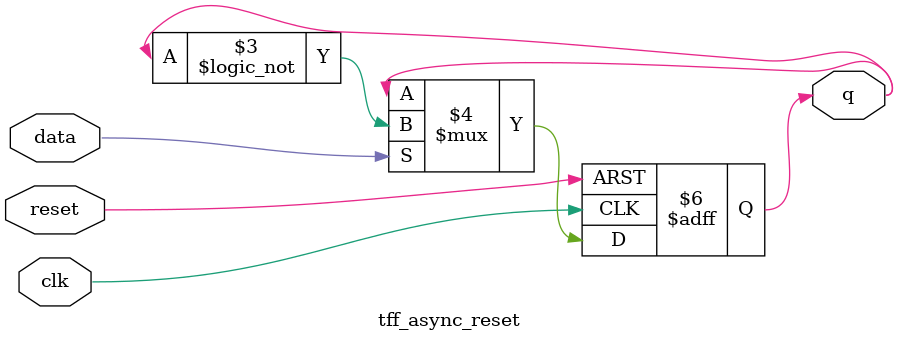
<source format=v>
module dff_async_reset (data, clk, reset, q);
    //-----------Input Ports---------------
        input data, clk, reset ; 
    //-----------Output Ports---------------
        output q;
    //------------Internal Variables--------
        reg q;
    //-------------Code Starts Here---------
        always @ ( posedge clk or negedge reset)
            if (~reset) begin
                q <= 1'b0;
            end else begin
                q <= data;
            end
endmodule

module dlatch_reset (data, en, reset, q);
    //-----------Input Ports---------------
        input data, en, reset ; 
    //-----------Output Ports---------------
        output q;
    //------------Internal Variables--------
        reg q;
    //-------------Code Starts Here---------
        always @ ( en or reset or data)
            if (~reset) begin
                q <= 1'b0;
            end else if (en) begin
                q <= data;
            end
endmodule

module tff_async_reset (data, clk, reset, q);
    //-----------Input Ports---------------
        input data, clk, reset ; 
    //-----------Output Ports---------------
        output q;
    //------------Internal Variables--------
        reg q;
    //-------------Code Starts Here---------
        always @ ( posedge clk or negedge reset)
            if (~reset) begin
                q <= 1'b0;
            end else if (data) begin
                q <= !q;
            end
endmodule
</source>
